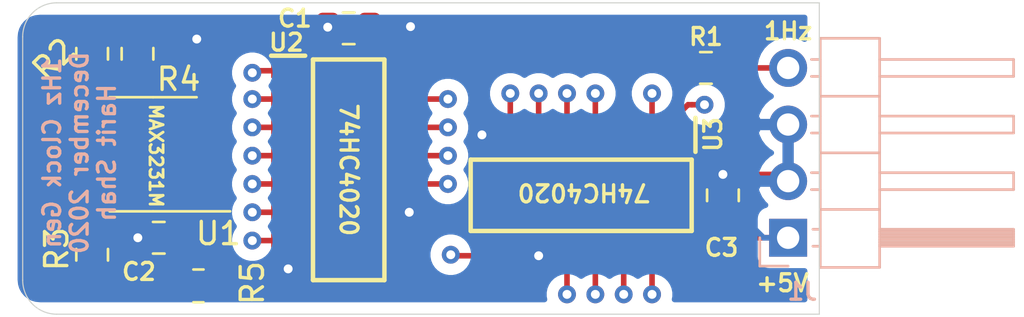
<source format=kicad_pcb>
(kicad_pcb (version 20171130) (host pcbnew "(5.1.8)-1")

  (general
    (thickness 1.6)
    (drawings 12)
    (tracks 148)
    (zones 0)
    (modules 12)
    (nets 33)
  )

  (page A4)
  (layers
    (0 F.Cu signal)
    (31 B.Cu signal)
    (32 B.Adhes user)
    (33 F.Adhes user)
    (34 B.Paste user)
    (35 F.Paste user)
    (36 B.SilkS user)
    (37 F.SilkS user)
    (38 B.Mask user)
    (39 F.Mask user)
    (40 Dwgs.User user)
    (41 Cmts.User user)
    (42 Eco1.User user)
    (43 Eco2.User user)
    (44 Edge.Cuts user)
    (45 Margin user)
    (46 B.CrtYd user)
    (47 F.CrtYd user)
    (48 B.Fab user hide)
    (49 F.Fab user hide)
  )

  (setup
    (last_trace_width 0.25)
    (trace_clearance 0.2)
    (zone_clearance 0.508)
    (zone_45_only no)
    (trace_min 0.2)
    (via_size 0.8)
    (via_drill 0.4)
    (via_min_size 0.4)
    (via_min_drill 0.3)
    (uvia_size 0.3)
    (uvia_drill 0.1)
    (uvias_allowed no)
    (uvia_min_size 0.2)
    (uvia_min_drill 0.1)
    (edge_width 0.05)
    (segment_width 0.2)
    (pcb_text_width 0.3)
    (pcb_text_size 1.5 1.5)
    (mod_edge_width 0.12)
    (mod_text_size 0.762 0.762)
    (mod_text_width 0.15)
    (pad_size 1.524 1.524)
    (pad_drill 0.762)
    (pad_to_mask_clearance 0.051)
    (solder_mask_min_width 0.25)
    (aux_axis_origin 0 0)
    (visible_elements 7FFFFFFF)
    (pcbplotparams
      (layerselection 0x010fc_ffffffff)
      (usegerberextensions false)
      (usegerberattributes false)
      (usegerberadvancedattributes false)
      (creategerberjobfile false)
      (excludeedgelayer true)
      (linewidth 0.100000)
      (plotframeref false)
      (viasonmask false)
      (mode 1)
      (useauxorigin false)
      (hpglpennumber 1)
      (hpglpenspeed 20)
      (hpglpendiameter 15.000000)
      (psnegative false)
      (psa4output false)
      (plotreference true)
      (plotvalue true)
      (plotinvisibletext false)
      (padsonsilk false)
      (subtractmaskfromsilk false)
      (outputformat 1)
      (mirror false)
      (drillshape 1)
      (scaleselection 1)
      (outputdirectory ""))
  )

  (net 0 "")
  (net 1 GND)
  (net 2 +5V)
  (net 3 1Hz_out)
  (net 4 /32.768khz)
  (net 5 /clk_div_2)
  (net 6 "Net-(U1-Pad4)")
  (net 7 "Net-(R2-Pad2)")
  (net 8 "Net-(R3-Pad2)")
  (net 9 "Net-(R4-Pad2)")
  (net 10 "Net-(R1-Pad1)")
  (net 11 "Net-(U2-Pad1)")
  (net 12 "Net-(U2-Pad2)")
  (net 13 "Net-(U2-Pad3)")
  (net 14 "Net-(U2-Pad4)")
  (net 15 "Net-(U2-Pad5)")
  (net 16 "Net-(U2-Pad6)")
  (net 17 "Net-(U2-Pad7)")
  (net 18 "Net-(U2-Pad12)")
  (net 19 "Net-(U2-Pad13)")
  (net 20 "Net-(U2-Pad14)")
  (net 21 "Net-(U2-Pad15)")
  (net 22 "Net-(U3-Pad1)")
  (net 23 "Net-(U3-Pad2)")
  (net 24 "Net-(U3-Pad4)")
  (net 25 "Net-(U3-Pad5)")
  (net 26 "Net-(U3-Pad6)")
  (net 27 "Net-(U3-Pad7)")
  (net 28 "Net-(U3-Pad9)")
  (net 29 "Net-(U3-Pad12)")
  (net 30 "Net-(U3-Pad13)")
  (net 31 "Net-(U3-Pad14)")
  (net 32 "Net-(U3-Pad15)")

  (net_class Default "This is the default net class."
    (clearance 0.2)
    (trace_width 0.25)
    (via_dia 0.8)
    (via_drill 0.4)
    (uvia_dia 0.3)
    (uvia_drill 0.1)
    (add_net +5V)
    (add_net /32.768khz)
    (add_net /clk_div_2)
    (add_net 1Hz_out)
    (add_net GND)
    (add_net "Net-(R1-Pad1)")
    (add_net "Net-(R2-Pad2)")
    (add_net "Net-(R3-Pad2)")
    (add_net "Net-(R4-Pad2)")
    (add_net "Net-(U1-Pad4)")
    (add_net "Net-(U2-Pad1)")
    (add_net "Net-(U2-Pad12)")
    (add_net "Net-(U2-Pad13)")
    (add_net "Net-(U2-Pad14)")
    (add_net "Net-(U2-Pad15)")
    (add_net "Net-(U2-Pad2)")
    (add_net "Net-(U2-Pad3)")
    (add_net "Net-(U2-Pad4)")
    (add_net "Net-(U2-Pad5)")
    (add_net "Net-(U2-Pad6)")
    (add_net "Net-(U2-Pad7)")
    (add_net "Net-(U3-Pad1)")
    (add_net "Net-(U3-Pad12)")
    (add_net "Net-(U3-Pad13)")
    (add_net "Net-(U3-Pad14)")
    (add_net "Net-(U3-Pad15)")
    (add_net "Net-(U3-Pad2)")
    (add_net "Net-(U3-Pad4)")
    (add_net "Net-(U3-Pad5)")
    (add_net "Net-(U3-Pad6)")
    (add_net "Net-(U3-Pad7)")
    (add_net "Net-(U3-Pad9)")
  )

  (module Resistor_SMD:R_0805_2012Metric (layer F.Cu) (tedit 5F68FEEE) (tstamp 6008FC26)
    (at 207.01 96.266)
    (descr "Resistor SMD 0805 (2012 Metric), square (rectangular) end terminal, IPC_7351 nominal, (Body size source: IPC-SM-782 page 72, https://www.pcb-3d.com/wordpress/wp-content/uploads/ipc-sm-782a_amendment_1_and_2.pdf), generated with kicad-footprint-generator")
    (tags resistor)
    (path /600BC115)
    (attr smd)
    (fp_text reference R5 (at 2.413 -0.127 90) (layer F.SilkS)
      (effects (font (size 1 1) (thickness 0.15)))
    )
    (fp_text value 4.7k (at 0 1.65) (layer F.Fab)
      (effects (font (size 1 1) (thickness 0.15)))
    )
    (fp_text user %R (at 0 0) (layer F.Fab)
      (effects (font (size 0.5 0.5) (thickness 0.08)))
    )
    (fp_line (start -1 0.625) (end -1 -0.625) (layer F.Fab) (width 0.1))
    (fp_line (start -1 -0.625) (end 1 -0.625) (layer F.Fab) (width 0.1))
    (fp_line (start 1 -0.625) (end 1 0.625) (layer F.Fab) (width 0.1))
    (fp_line (start 1 0.625) (end -1 0.625) (layer F.Fab) (width 0.1))
    (fp_line (start -0.227064 -0.735) (end 0.227064 -0.735) (layer F.SilkS) (width 0.12))
    (fp_line (start -0.227064 0.735) (end 0.227064 0.735) (layer F.SilkS) (width 0.12))
    (fp_line (start -1.68 0.95) (end -1.68 -0.95) (layer F.CrtYd) (width 0.05))
    (fp_line (start -1.68 -0.95) (end 1.68 -0.95) (layer F.CrtYd) (width 0.05))
    (fp_line (start 1.68 -0.95) (end 1.68 0.95) (layer F.CrtYd) (width 0.05))
    (fp_line (start 1.68 0.95) (end -1.68 0.95) (layer F.CrtYd) (width 0.05))
    (pad 2 smd roundrect (at 0.9125 0) (size 1.025 1.4) (layers F.Cu F.Paste F.Mask) (roundrect_rratio 0.243902)
      (net 4 /32.768khz))
    (pad 1 smd roundrect (at -0.9125 0) (size 1.025 1.4) (layers F.Cu F.Paste F.Mask) (roundrect_rratio 0.243902)
      (net 2 +5V))
    (model ${KISYS3DMOD}/Resistor_SMD.3dshapes/R_0805_2012Metric.wrl
      (at (xyz 0 0 0))
      (scale (xyz 1 1 1))
      (rotate (xyz 0 0 0))
    )
  )

  (module Resistor_SMD:R_0805_2012Metric (layer F.Cu) (tedit 5B36C52B) (tstamp 5FCA72F6)
    (at 204.2795 85.852 270)
    (descr "Resistor SMD 0805 (2012 Metric), square (rectangular) end terminal, IPC_7351 nominal, (Body size source: https://docs.google.com/spreadsheets/d/1BsfQQcO9C6DZCsRaXUlFlo91Tg2WpOkGARC1WS5S8t0/edit?usp=sharing), generated with kicad-footprint-generator")
    (tags resistor)
    (path /5FE529B9)
    (attr smd)
    (fp_text reference R4 (at 1.143 -1.8415 180) (layer F.SilkS)
      (effects (font (size 1 1) (thickness 0.15)))
    )
    (fp_text value 4.7k (at 0 1.65 90) (layer F.Fab)
      (effects (font (size 1 1) (thickness 0.15)))
    )
    (fp_line (start -1 0.6) (end -1 -0.6) (layer F.Fab) (width 0.1))
    (fp_line (start -1 -0.6) (end 1 -0.6) (layer F.Fab) (width 0.1))
    (fp_line (start 1 -0.6) (end 1 0.6) (layer F.Fab) (width 0.1))
    (fp_line (start 1 0.6) (end -1 0.6) (layer F.Fab) (width 0.1))
    (fp_line (start -0.258578 -0.71) (end 0.258578 -0.71) (layer F.SilkS) (width 0.12))
    (fp_line (start -0.258578 0.71) (end 0.258578 0.71) (layer F.SilkS) (width 0.12))
    (fp_line (start -1.68 0.95) (end -1.68 -0.95) (layer F.CrtYd) (width 0.05))
    (fp_line (start -1.68 -0.95) (end 1.68 -0.95) (layer F.CrtYd) (width 0.05))
    (fp_line (start 1.68 -0.95) (end 1.68 0.95) (layer F.CrtYd) (width 0.05))
    (fp_line (start 1.68 0.95) (end -1.68 0.95) (layer F.CrtYd) (width 0.05))
    (fp_text user %R (at 0 0 90) (layer F.Fab)
      (effects (font (size 0.5 0.5) (thickness 0.08)))
    )
    (pad 2 smd roundrect (at 0.9375 0 270) (size 0.975 1.4) (layers F.Cu F.Paste F.Mask) (roundrect_rratio 0.25)
      (net 9 "Net-(R4-Pad2)"))
    (pad 1 smd roundrect (at -0.9375 0 270) (size 0.975 1.4) (layers F.Cu F.Paste F.Mask) (roundrect_rratio 0.25)
      (net 2 +5V))
    (model ${KISYS3DMOD}/Resistor_SMD.3dshapes/R_0805_2012Metric.wrl
      (at (xyz 0 0 0))
      (scale (xyz 1 1 1))
      (rotate (xyz 0 0 0))
    )
  )

  (module Resistor_SMD:R_0805_2012Metric (layer F.Cu) (tedit 5B36C52B) (tstamp 5FCA72E5)
    (at 202.2475 94.869 90)
    (descr "Resistor SMD 0805 (2012 Metric), square (rectangular) end terminal, IPC_7351 nominal, (Body size source: https://docs.google.com/spreadsheets/d/1BsfQQcO9C6DZCsRaXUlFlo91Tg2WpOkGARC1WS5S8t0/edit?usp=sharing), generated with kicad-footprint-generator")
    (tags resistor)
    (path /5FE4FD24)
    (attr smd)
    (fp_text reference R3 (at 0.254 -1.5875 90) (layer F.SilkS)
      (effects (font (size 1 1) (thickness 0.15)))
    )
    (fp_text value 4.7k (at 0 1.65 90) (layer F.Fab)
      (effects (font (size 1 1) (thickness 0.15)))
    )
    (fp_line (start -1 0.6) (end -1 -0.6) (layer F.Fab) (width 0.1))
    (fp_line (start -1 -0.6) (end 1 -0.6) (layer F.Fab) (width 0.1))
    (fp_line (start 1 -0.6) (end 1 0.6) (layer F.Fab) (width 0.1))
    (fp_line (start 1 0.6) (end -1 0.6) (layer F.Fab) (width 0.1))
    (fp_line (start -0.258578 -0.71) (end 0.258578 -0.71) (layer F.SilkS) (width 0.12))
    (fp_line (start -0.258578 0.71) (end 0.258578 0.71) (layer F.SilkS) (width 0.12))
    (fp_line (start -1.68 0.95) (end -1.68 -0.95) (layer F.CrtYd) (width 0.05))
    (fp_line (start -1.68 -0.95) (end 1.68 -0.95) (layer F.CrtYd) (width 0.05))
    (fp_line (start 1.68 -0.95) (end 1.68 0.95) (layer F.CrtYd) (width 0.05))
    (fp_line (start 1.68 0.95) (end -1.68 0.95) (layer F.CrtYd) (width 0.05))
    (fp_text user %R (at 0 0 90) (layer F.Fab)
      (effects (font (size 0.5 0.5) (thickness 0.08)))
    )
    (pad 2 smd roundrect (at 0.9375 0 90) (size 0.975 1.4) (layers F.Cu F.Paste F.Mask) (roundrect_rratio 0.25)
      (net 8 "Net-(R3-Pad2)"))
    (pad 1 smd roundrect (at -0.9375 0 90) (size 0.975 1.4) (layers F.Cu F.Paste F.Mask) (roundrect_rratio 0.25)
      (net 2 +5V))
    (model ${KISYS3DMOD}/Resistor_SMD.3dshapes/R_0805_2012Metric.wrl
      (at (xyz 0 0 0))
      (scale (xyz 1 1 1))
      (rotate (xyz 0 0 0))
    )
  )

  (module Resistor_SMD:R_0805_2012Metric (layer F.Cu) (tedit 5B36C52B) (tstamp 5FCA72D4)
    (at 202.2475 85.852 270)
    (descr "Resistor SMD 0805 (2012 Metric), square (rectangular) end terminal, IPC_7351 nominal, (Body size source: https://docs.google.com/spreadsheets/d/1BsfQQcO9C6DZCsRaXUlFlo91Tg2WpOkGARC1WS5S8t0/edit?usp=sharing), generated with kicad-footprint-generator")
    (tags resistor)
    (path /5FE4E1F7)
    (attr smd)
    (fp_text reference R2 (at 0.254 1.7145 225) (layer F.SilkS)
      (effects (font (size 1 1) (thickness 0.15)))
    )
    (fp_text value 4.7k (at 0 1.65 90) (layer F.Fab)
      (effects (font (size 1 1) (thickness 0.15)))
    )
    (fp_line (start -1 0.6) (end -1 -0.6) (layer F.Fab) (width 0.1))
    (fp_line (start -1 -0.6) (end 1 -0.6) (layer F.Fab) (width 0.1))
    (fp_line (start 1 -0.6) (end 1 0.6) (layer F.Fab) (width 0.1))
    (fp_line (start 1 0.6) (end -1 0.6) (layer F.Fab) (width 0.1))
    (fp_line (start -0.258578 -0.71) (end 0.258578 -0.71) (layer F.SilkS) (width 0.12))
    (fp_line (start -0.258578 0.71) (end 0.258578 0.71) (layer F.SilkS) (width 0.12))
    (fp_line (start -1.68 0.95) (end -1.68 -0.95) (layer F.CrtYd) (width 0.05))
    (fp_line (start -1.68 -0.95) (end 1.68 -0.95) (layer F.CrtYd) (width 0.05))
    (fp_line (start 1.68 -0.95) (end 1.68 0.95) (layer F.CrtYd) (width 0.05))
    (fp_line (start 1.68 0.95) (end -1.68 0.95) (layer F.CrtYd) (width 0.05))
    (fp_text user %R (at 0 0 90) (layer F.Fab)
      (effects (font (size 0.5 0.5) (thickness 0.08)))
    )
    (pad 2 smd roundrect (at 0.9375 0 270) (size 0.975 1.4) (layers F.Cu F.Paste F.Mask) (roundrect_rratio 0.25)
      (net 7 "Net-(R2-Pad2)"))
    (pad 1 smd roundrect (at -0.9375 0 270) (size 0.975 1.4) (layers F.Cu F.Paste F.Mask) (roundrect_rratio 0.25)
      (net 2 +5V))
    (model ${KISYS3DMOD}/Resistor_SMD.3dshapes/R_0805_2012Metric.wrl
      (at (xyz 0 0 0))
      (scale (xyz 1 1 1))
      (rotate (xyz 0 0 0))
    )
  )

  (module Package_SO:SOIC-8_3.9x4.9mm_P1.27mm (layer F.Cu) (tedit 5D9F72B1) (tstamp 5FCA6D3F)
    (at 204.978 90.3605 180)
    (descr "SOIC, 8 Pin (JEDEC MS-012AA, https://www.analog.com/media/en/package-pcb-resources/package/pkg_pdf/soic_narrow-r/r_8.pdf), generated with kicad-footprint-generator ipc_gullwing_generator.py")
    (tags "SOIC SO")
    (path /5FE437A5)
    (attr smd)
    (fp_text reference U1 (at -2.921 -3.556) (layer F.SilkS)
      (effects (font (size 1 1) (thickness 0.15)))
    )
    (fp_text value DS3232M (at 0 3.4) (layer F.Fab)
      (effects (font (size 1 1) (thickness 0.15)))
    )
    (fp_line (start 0 2.56) (end 1.95 2.56) (layer F.SilkS) (width 0.12))
    (fp_line (start 0 2.56) (end -1.95 2.56) (layer F.SilkS) (width 0.12))
    (fp_line (start 0 -2.56) (end 1.95 -2.56) (layer F.SilkS) (width 0.12))
    (fp_line (start 0 -2.56) (end -3.45 -2.56) (layer F.SilkS) (width 0.12))
    (fp_line (start -0.975 -2.45) (end 1.95 -2.45) (layer F.Fab) (width 0.1))
    (fp_line (start 1.95 -2.45) (end 1.95 2.45) (layer F.Fab) (width 0.1))
    (fp_line (start 1.95 2.45) (end -1.95 2.45) (layer F.Fab) (width 0.1))
    (fp_line (start -1.95 2.45) (end -1.95 -1.475) (layer F.Fab) (width 0.1))
    (fp_line (start -1.95 -1.475) (end -0.975 -2.45) (layer F.Fab) (width 0.1))
    (fp_line (start -3.7 -2.7) (end -3.7 2.7) (layer F.CrtYd) (width 0.05))
    (fp_line (start -3.7 2.7) (end 3.7 2.7) (layer F.CrtYd) (width 0.05))
    (fp_line (start 3.7 2.7) (end 3.7 -2.7) (layer F.CrtYd) (width 0.05))
    (fp_line (start 3.7 -2.7) (end -3.7 -2.7) (layer F.CrtYd) (width 0.05))
    (fp_text user %R (at 0 0) (layer F.Fab)
      (effects (font (size 0.98 0.98) (thickness 0.15)))
    )
    (pad 8 smd roundrect (at 2.475 -1.905 180) (size 1.95 0.6) (layers F.Cu F.Paste F.Mask) (roundrect_rratio 0.25)
      (net 8 "Net-(R3-Pad2)"))
    (pad 7 smd roundrect (at 2.475 -0.635 180) (size 1.95 0.6) (layers F.Cu F.Paste F.Mask) (roundrect_rratio 0.25)
      (net 7 "Net-(R2-Pad2)"))
    (pad 6 smd roundrect (at 2.475 0.635 180) (size 1.95 0.6) (layers F.Cu F.Paste F.Mask) (roundrect_rratio 0.25)
      (net 1 GND))
    (pad 5 smd roundrect (at 2.475 1.905 180) (size 1.95 0.6) (layers F.Cu F.Paste F.Mask) (roundrect_rratio 0.25)
      (net 1 GND))
    (pad 4 smd roundrect (at -2.475 1.905 180) (size 1.95 0.6) (layers F.Cu F.Paste F.Mask) (roundrect_rratio 0.25)
      (net 6 "Net-(U1-Pad4)"))
    (pad 3 smd roundrect (at -2.475 0.635 180) (size 1.95 0.6) (layers F.Cu F.Paste F.Mask) (roundrect_rratio 0.25)
      (net 9 "Net-(R4-Pad2)"))
    (pad 2 smd roundrect (at -2.475 -0.635 180) (size 1.95 0.6) (layers F.Cu F.Paste F.Mask) (roundrect_rratio 0.25)
      (net 2 +5V))
    (pad 1 smd roundrect (at -2.475 -1.905 180) (size 1.95 0.6) (layers F.Cu F.Paste F.Mask) (roundrect_rratio 0.25)
      (net 4 /32.768khz))
    (model ${KISYS3DMOD}/Package_SO.3dshapes/SOIC-8_3.9x4.9mm_P1.27mm.wrl
      (at (xyz 0 0 0))
      (scale (xyz 1 1 1))
      (rotate (xyz 0 0 0))
    )
  )

  (module Resistor_SMD:R_0805_2012Metric (layer F.Cu) (tedit 5B36C52B) (tstamp 5FC9DEEE)
    (at 229.743 86.487)
    (descr "Resistor SMD 0805 (2012 Metric), square (rectangular) end terminal, IPC_7351 nominal, (Body size source: https://docs.google.com/spreadsheets/d/1BsfQQcO9C6DZCsRaXUlFlo91Tg2WpOkGARC1WS5S8t0/edit?usp=sharing), generated with kicad-footprint-generator")
    (tags resistor)
    (path /5FDE3566)
    (attr smd)
    (fp_text reference R1 (at 0 -1.397) (layer F.SilkS)
      (effects (font (size 0.762 0.762) (thickness 0.15)))
    )
    (fp_text value "0 ohm" (at 0 1.65) (layer F.Fab)
      (effects (font (size 1 1) (thickness 0.15)))
    )
    (fp_line (start -1 0.6) (end -1 -0.6) (layer F.Fab) (width 0.1))
    (fp_line (start -1 -0.6) (end 1 -0.6) (layer F.Fab) (width 0.1))
    (fp_line (start 1 -0.6) (end 1 0.6) (layer F.Fab) (width 0.1))
    (fp_line (start 1 0.6) (end -1 0.6) (layer F.Fab) (width 0.1))
    (fp_line (start -0.258578 -0.71) (end 0.258578 -0.71) (layer F.SilkS) (width 0.12))
    (fp_line (start -0.258578 0.71) (end 0.258578 0.71) (layer F.SilkS) (width 0.12))
    (fp_line (start -1.68 0.95) (end -1.68 -0.95) (layer F.CrtYd) (width 0.05))
    (fp_line (start -1.68 -0.95) (end 1.68 -0.95) (layer F.CrtYd) (width 0.05))
    (fp_line (start 1.68 -0.95) (end 1.68 0.95) (layer F.CrtYd) (width 0.05))
    (fp_line (start 1.68 0.95) (end -1.68 0.95) (layer F.CrtYd) (width 0.05))
    (fp_text user %R (at 0 0) (layer F.Fab)
      (effects (font (size 1 1) (thickness 0.15)))
    )
    (pad 2 smd roundrect (at 0.9375 0) (size 0.975 1.4) (layers F.Cu F.Paste F.Mask) (roundrect_rratio 0.25)
      (net 3 1Hz_out))
    (pad 1 smd roundrect (at -0.9375 0) (size 0.975 1.4) (layers F.Cu F.Paste F.Mask) (roundrect_rratio 0.25)
      (net 10 "Net-(R1-Pad1)"))
    (model ${KISYS3DMOD}/Resistor_SMD.3dshapes/R_0805_2012Metric.wrl
      (at (xyz 0 0 0))
      (scale (xyz 1 1 1))
      (rotate (xyz 0 0 0))
    )
  )

  (module Connector_PinHeader_2.54mm:PinHeader_1x04_P2.54mm_Horizontal (layer B.Cu) (tedit 59FED5CB) (tstamp 5FC9DEDD)
    (at 233.426 94.107)
    (descr "Through hole angled pin header, 1x04, 2.54mm pitch, 6mm pin length, single row")
    (tags "Through hole angled pin header THT 1x04 2.54mm single row")
    (path /5FCDC041)
    (fp_text reference J1 (at 0.635 2.413) (layer B.SilkS)
      (effects (font (size 0.762 0.762) (thickness 0.15)) (justify mirror))
    )
    (fp_text value Conn_01x04_Female (at 4.385 -9.89) (layer B.Fab)
      (effects (font (size 1 1) (thickness 0.15)) (justify mirror))
    )
    (fp_line (start 2.135 1.27) (end 4.04 1.27) (layer B.Fab) (width 0.1))
    (fp_line (start 4.04 1.27) (end 4.04 -8.89) (layer B.Fab) (width 0.1))
    (fp_line (start 4.04 -8.89) (end 1.5 -8.89) (layer B.Fab) (width 0.1))
    (fp_line (start 1.5 -8.89) (end 1.5 0.635) (layer B.Fab) (width 0.1))
    (fp_line (start 1.5 0.635) (end 2.135 1.27) (layer B.Fab) (width 0.1))
    (fp_line (start -0.32 0.32) (end 1.5 0.32) (layer B.Fab) (width 0.1))
    (fp_line (start -0.32 0.32) (end -0.32 -0.32) (layer B.Fab) (width 0.1))
    (fp_line (start -0.32 -0.32) (end 1.5 -0.32) (layer B.Fab) (width 0.1))
    (fp_line (start 4.04 0.32) (end 10.04 0.32) (layer B.Fab) (width 0.1))
    (fp_line (start 10.04 0.32) (end 10.04 -0.32) (layer B.Fab) (width 0.1))
    (fp_line (start 4.04 -0.32) (end 10.04 -0.32) (layer B.Fab) (width 0.1))
    (fp_line (start -0.32 -2.22) (end 1.5 -2.22) (layer B.Fab) (width 0.1))
    (fp_line (start -0.32 -2.22) (end -0.32 -2.86) (layer B.Fab) (width 0.1))
    (fp_line (start -0.32 -2.86) (end 1.5 -2.86) (layer B.Fab) (width 0.1))
    (fp_line (start 4.04 -2.22) (end 10.04 -2.22) (layer B.Fab) (width 0.1))
    (fp_line (start 10.04 -2.22) (end 10.04 -2.86) (layer B.Fab) (width 0.1))
    (fp_line (start 4.04 -2.86) (end 10.04 -2.86) (layer B.Fab) (width 0.1))
    (fp_line (start -0.32 -4.76) (end 1.5 -4.76) (layer B.Fab) (width 0.1))
    (fp_line (start -0.32 -4.76) (end -0.32 -5.4) (layer B.Fab) (width 0.1))
    (fp_line (start -0.32 -5.4) (end 1.5 -5.4) (layer B.Fab) (width 0.1))
    (fp_line (start 4.04 -4.76) (end 10.04 -4.76) (layer B.Fab) (width 0.1))
    (fp_line (start 10.04 -4.76) (end 10.04 -5.4) (layer B.Fab) (width 0.1))
    (fp_line (start 4.04 -5.4) (end 10.04 -5.4) (layer B.Fab) (width 0.1))
    (fp_line (start -0.32 -7.3) (end 1.5 -7.3) (layer B.Fab) (width 0.1))
    (fp_line (start -0.32 -7.3) (end -0.32 -7.94) (layer B.Fab) (width 0.1))
    (fp_line (start -0.32 -7.94) (end 1.5 -7.94) (layer B.Fab) (width 0.1))
    (fp_line (start 4.04 -7.3) (end 10.04 -7.3) (layer B.Fab) (width 0.1))
    (fp_line (start 10.04 -7.3) (end 10.04 -7.94) (layer B.Fab) (width 0.1))
    (fp_line (start 4.04 -7.94) (end 10.04 -7.94) (layer B.Fab) (width 0.1))
    (fp_line (start 1.44 1.33) (end 1.44 -8.95) (layer B.SilkS) (width 0.12))
    (fp_line (start 1.44 -8.95) (end 4.1 -8.95) (layer B.SilkS) (width 0.12))
    (fp_line (start 4.1 -8.95) (end 4.1 1.33) (layer B.SilkS) (width 0.12))
    (fp_line (start 4.1 1.33) (end 1.44 1.33) (layer B.SilkS) (width 0.12))
    (fp_line (start 4.1 0.38) (end 10.1 0.38) (layer B.SilkS) (width 0.12))
    (fp_line (start 10.1 0.38) (end 10.1 -0.38) (layer B.SilkS) (width 0.12))
    (fp_line (start 10.1 -0.38) (end 4.1 -0.38) (layer B.SilkS) (width 0.12))
    (fp_line (start 4.1 0.32) (end 10.1 0.32) (layer B.SilkS) (width 0.12))
    (fp_line (start 4.1 0.2) (end 10.1 0.2) (layer B.SilkS) (width 0.12))
    (fp_line (start 4.1 0.08) (end 10.1 0.08) (layer B.SilkS) (width 0.12))
    (fp_line (start 4.1 -0.04) (end 10.1 -0.04) (layer B.SilkS) (width 0.12))
    (fp_line (start 4.1 -0.16) (end 10.1 -0.16) (layer B.SilkS) (width 0.12))
    (fp_line (start 4.1 -0.28) (end 10.1 -0.28) (layer B.SilkS) (width 0.12))
    (fp_line (start 1.11 0.38) (end 1.44 0.38) (layer B.SilkS) (width 0.12))
    (fp_line (start 1.11 -0.38) (end 1.44 -0.38) (layer B.SilkS) (width 0.12))
    (fp_line (start 1.44 -1.27) (end 4.1 -1.27) (layer B.SilkS) (width 0.12))
    (fp_line (start 4.1 -2.16) (end 10.1 -2.16) (layer B.SilkS) (width 0.12))
    (fp_line (start 10.1 -2.16) (end 10.1 -2.92) (layer B.SilkS) (width 0.12))
    (fp_line (start 10.1 -2.92) (end 4.1 -2.92) (layer B.SilkS) (width 0.12))
    (fp_line (start 1.042929 -2.16) (end 1.44 -2.16) (layer B.SilkS) (width 0.12))
    (fp_line (start 1.042929 -2.92) (end 1.44 -2.92) (layer B.SilkS) (width 0.12))
    (fp_line (start 1.44 -3.81) (end 4.1 -3.81) (layer B.SilkS) (width 0.12))
    (fp_line (start 4.1 -4.7) (end 10.1 -4.7) (layer B.SilkS) (width 0.12))
    (fp_line (start 10.1 -4.7) (end 10.1 -5.46) (layer B.SilkS) (width 0.12))
    (fp_line (start 10.1 -5.46) (end 4.1 -5.46) (layer B.SilkS) (width 0.12))
    (fp_line (start 1.042929 -4.7) (end 1.44 -4.7) (layer B.SilkS) (width 0.12))
    (fp_line (start 1.042929 -5.46) (end 1.44 -5.46) (layer B.SilkS) (width 0.12))
    (fp_line (start 1.44 -6.35) (end 4.1 -6.35) (layer B.SilkS) (width 0.12))
    (fp_line (start 4.1 -7.24) (end 10.1 -7.24) (layer B.SilkS) (width 0.12))
    (fp_line (start 10.1 -7.24) (end 10.1 -8) (layer B.SilkS) (width 0.12))
    (fp_line (start 10.1 -8) (end 4.1 -8) (layer B.SilkS) (width 0.12))
    (fp_line (start 1.042929 -7.24) (end 1.44 -7.24) (layer B.SilkS) (width 0.12))
    (fp_line (start 1.042929 -8) (end 1.44 -8) (layer B.SilkS) (width 0.12))
    (fp_line (start -1.27 0) (end -1.27 1.27) (layer B.SilkS) (width 0.12))
    (fp_line (start -1.27 1.27) (end 0 1.27) (layer B.SilkS) (width 0.12))
    (fp_line (start -1.8 1.8) (end -1.8 -9.4) (layer B.CrtYd) (width 0.05))
    (fp_line (start -1.8 -9.4) (end 10.55 -9.4) (layer B.CrtYd) (width 0.05))
    (fp_line (start 10.55 -9.4) (end 10.55 1.8) (layer B.CrtYd) (width 0.05))
    (fp_line (start 10.55 1.8) (end -1.8 1.8) (layer B.CrtYd) (width 0.05))
    (fp_text user %R (at 2.77 -3.81 -90) (layer B.Fab)
      (effects (font (size 1 1) (thickness 0.15)) (justify mirror))
    )
    (pad 4 thru_hole oval (at 0 -7.62) (size 1.7 1.7) (drill 1) (layers *.Cu *.Mask)
      (net 3 1Hz_out))
    (pad 3 thru_hole oval (at 0 -5.08) (size 1.7 1.7) (drill 1) (layers *.Cu *.Mask)
      (net 1 GND))
    (pad 2 thru_hole oval (at 0 -2.54) (size 1.7 1.7) (drill 1) (layers *.Cu *.Mask)
      (net 1 GND))
    (pad 1 thru_hole rect (at 0 0) (size 1.7 1.7) (drill 1) (layers *.Cu *.Mask)
      (net 2 +5V))
    (model ${KISYS3DMOD}/Connector_PinHeader_2.54mm.3dshapes/PinHeader_1x04_P2.54mm_Horizontal.wrl
      (at (xyz 0 0 0))
      (scale (xyz 1 1 1))
      (rotate (xyz 0 0 0))
    )
  )

  (module harit-ic-logic:SOIC127P600X175-16N (layer F.Cu) (tedit 0) (tstamp 5FCA11EF)
    (at 224.155 92.202 270)
    (descr "D (R-PDSO-G16)")
    (tags "Integrated Circuit")
    (path /5FD6BFA4)
    (attr smd)
    (fp_text reference U3 (at -2.7305 -5.9055 270) (layer F.SilkS)
      (effects (font (size 0.762 0.762) (thickness 0.15)))
    )
    (fp_text value SN74HC4020DR (at 0 0 180) (layer F.Fab) hide
      (effects (font (size 0.762 0.762) (thickness 0.15)))
    )
    (fp_line (start -3.475 -5.12) (end -1.95 -5.12) (layer F.SilkS) (width 0.2))
    (fp_line (start -1.6 4.95) (end -1.6 -4.95) (layer F.SilkS) (width 0.2))
    (fp_line (start 1.6 4.95) (end -1.6 4.95) (layer F.SilkS) (width 0.2))
    (fp_line (start 1.6 -4.95) (end 1.6 4.95) (layer F.SilkS) (width 0.2))
    (fp_line (start -1.6 -4.95) (end 1.6 -4.95) (layer F.SilkS) (width 0.2))
    (fp_line (start -1.95 -3.68) (end -0.68 -4.95) (layer F.Fab) (width 0.1))
    (fp_line (start -1.95 4.95) (end -1.95 -4.95) (layer F.Fab) (width 0.1))
    (fp_line (start 1.95 4.95) (end -1.95 4.95) (layer F.Fab) (width 0.1))
    (fp_line (start 1.95 -4.95) (end 1.95 4.95) (layer F.Fab) (width 0.1))
    (fp_line (start -1.95 -4.95) (end 1.95 -4.95) (layer F.Fab) (width 0.1))
    (fp_line (start -3.725 5.25) (end -3.725 -5.25) (layer F.CrtYd) (width 0.05))
    (fp_line (start 3.725 5.25) (end -3.725 5.25) (layer F.CrtYd) (width 0.05))
    (fp_line (start 3.725 -5.25) (end 3.725 5.25) (layer F.CrtYd) (width 0.05))
    (fp_line (start -3.725 -5.25) (end 3.725 -5.25) (layer F.CrtYd) (width 0.05))
    (fp_text user %R (at 0 0 90) (layer F.Fab)
      (effects (font (size 1 1) (thickness 0.15)))
    )
    (pad 1 smd rect (at -2.712 -4.445) (size 0.65 1.525) (layers F.Cu F.Paste F.Mask)
      (net 22 "Net-(U3-Pad1)"))
    (pad 2 smd rect (at -2.712 -3.175) (size 0.65 1.525) (layers F.Cu F.Paste F.Mask)
      (net 23 "Net-(U3-Pad2)"))
    (pad 3 smd rect (at -2.712 -1.905) (size 0.65 1.525) (layers F.Cu F.Paste F.Mask)
      (net 10 "Net-(R1-Pad1)"))
    (pad 4 smd rect (at -2.712 -0.635) (size 0.65 1.525) (layers F.Cu F.Paste F.Mask)
      (net 24 "Net-(U3-Pad4)"))
    (pad 5 smd rect (at -2.712 0.635) (size 0.65 1.525) (layers F.Cu F.Paste F.Mask)
      (net 25 "Net-(U3-Pad5)"))
    (pad 6 smd rect (at -2.712 1.905) (size 0.65 1.525) (layers F.Cu F.Paste F.Mask)
      (net 26 "Net-(U3-Pad6)"))
    (pad 7 smd rect (at -2.712 3.175) (size 0.65 1.525) (layers F.Cu F.Paste F.Mask)
      (net 27 "Net-(U3-Pad7)"))
    (pad 8 smd rect (at -2.712 4.445) (size 0.65 1.525) (layers F.Cu F.Paste F.Mask)
      (net 1 GND))
    (pad 9 smd rect (at 2.712 4.445) (size 0.65 1.525) (layers F.Cu F.Paste F.Mask)
      (net 28 "Net-(U3-Pad9)"))
    (pad 10 smd rect (at 2.712 3.175) (size 0.65 1.525) (layers F.Cu F.Paste F.Mask)
      (net 5 /clk_div_2))
    (pad 11 smd rect (at 2.712 1.905) (size 0.65 1.525) (layers F.Cu F.Paste F.Mask)
      (net 1 GND))
    (pad 12 smd rect (at 2.712 0.635) (size 0.65 1.525) (layers F.Cu F.Paste F.Mask)
      (net 29 "Net-(U3-Pad12)"))
    (pad 13 smd rect (at 2.712 -0.635) (size 0.65 1.525) (layers F.Cu F.Paste F.Mask)
      (net 30 "Net-(U3-Pad13)"))
    (pad 14 smd rect (at 2.712 -1.905) (size 0.65 1.525) (layers F.Cu F.Paste F.Mask)
      (net 31 "Net-(U3-Pad14)"))
    (pad 15 smd rect (at 2.712 -3.175) (size 0.65 1.525) (layers F.Cu F.Paste F.Mask)
      (net 32 "Net-(U3-Pad15)"))
    (pad 16 smd rect (at 2.712 -4.445) (size 0.65 1.525) (layers F.Cu F.Paste F.Mask)
      (net 2 +5V))
    (model C:\Users\Harit\Dropbox\Projects\kicad_libraries\SamacSys-kicad_libraries-master\SamacSys_Parts.3dshapes\SN74HC4020DR.stp
      (at (xyz 0 0 0))
      (scale (xyz 1 1 1))
      (rotate (xyz 0 0 0))
    )
  )

  (module Capacitor_SMD:C_0805_2012Metric (layer F.Cu) (tedit 5B36C52B) (tstamp 5FC9DE06)
    (at 230.505 92.202 90)
    (descr "Capacitor SMD 0805 (2012 Metric), square (rectangular) end terminal, IPC_7351 nominal, (Body size source: https://docs.google.com/spreadsheets/d/1BsfQQcO9C6DZCsRaXUlFlo91Tg2WpOkGARC1WS5S8t0/edit?usp=sharing), generated with kicad-footprint-generator")
    (tags capacitor)
    (path /5FD6BF8D)
    (attr smd)
    (fp_text reference C3 (at -2.3495 -0.0635 180) (layer F.SilkS)
      (effects (font (size 0.762 0.762) (thickness 0.15)))
    )
    (fp_text value 1uF (at 0 1.65 90) (layer F.Fab)
      (effects (font (size 1 1) (thickness 0.15)))
    )
    (fp_line (start -1 0.6) (end -1 -0.6) (layer F.Fab) (width 0.1))
    (fp_line (start -1 -0.6) (end 1 -0.6) (layer F.Fab) (width 0.1))
    (fp_line (start 1 -0.6) (end 1 0.6) (layer F.Fab) (width 0.1))
    (fp_line (start 1 0.6) (end -1 0.6) (layer F.Fab) (width 0.1))
    (fp_line (start -0.258578 -0.71) (end 0.258578 -0.71) (layer F.SilkS) (width 0.12))
    (fp_line (start -0.258578 0.71) (end 0.258578 0.71) (layer F.SilkS) (width 0.12))
    (fp_line (start -1.68 0.95) (end -1.68 -0.95) (layer F.CrtYd) (width 0.05))
    (fp_line (start -1.68 -0.95) (end 1.68 -0.95) (layer F.CrtYd) (width 0.05))
    (fp_line (start 1.68 -0.95) (end 1.68 0.95) (layer F.CrtYd) (width 0.05))
    (fp_line (start 1.68 0.95) (end -1.68 0.95) (layer F.CrtYd) (width 0.05))
    (fp_text user %R (at 0 0 90) (layer F.Fab)
      (effects (font (size 1 1) (thickness 0.15)))
    )
    (pad 2 smd roundrect (at 0.9375 0 90) (size 0.975 1.4) (layers F.Cu F.Paste F.Mask) (roundrect_rratio 0.25)
      (net 1 GND))
    (pad 1 smd roundrect (at -0.9375 0 90) (size 0.975 1.4) (layers F.Cu F.Paste F.Mask) (roundrect_rratio 0.25)
      (net 2 +5V))
    (model ${KISYS3DMOD}/Capacitor_SMD.3dshapes/C_0805_2012Metric.wrl
      (at (xyz 0 0 0))
      (scale (xyz 1 1 1))
      (rotate (xyz 0 0 0))
    )
  )

  (module Capacitor_SMD:C_0805_2012Metric (layer F.Cu) (tedit 5B36C52B) (tstamp 5FC9DDF5)
    (at 205.232 94.107 180)
    (descr "Capacitor SMD 0805 (2012 Metric), square (rectangular) end terminal, IPC_7351 nominal, (Body size source: https://docs.google.com/spreadsheets/d/1BsfQQcO9C6DZCsRaXUlFlo91Tg2WpOkGARC1WS5S8t0/edit?usp=sharing), generated with kicad-footprint-generator")
    (tags capacitor)
    (path /5FCE816C)
    (attr smd)
    (fp_text reference C2 (at 0.889 -1.524 180) (layer F.SilkS)
      (effects (font (size 0.762 0.762) (thickness 0.15)))
    )
    (fp_text value 1uF (at 0 1.65) (layer F.Fab)
      (effects (font (size 1 1) (thickness 0.15)))
    )
    (fp_line (start -1 0.6) (end -1 -0.6) (layer F.Fab) (width 0.1))
    (fp_line (start -1 -0.6) (end 1 -0.6) (layer F.Fab) (width 0.1))
    (fp_line (start 1 -0.6) (end 1 0.6) (layer F.Fab) (width 0.1))
    (fp_line (start 1 0.6) (end -1 0.6) (layer F.Fab) (width 0.1))
    (fp_line (start -0.258578 -0.71) (end 0.258578 -0.71) (layer F.SilkS) (width 0.12))
    (fp_line (start -0.258578 0.71) (end 0.258578 0.71) (layer F.SilkS) (width 0.12))
    (fp_line (start -1.68 0.95) (end -1.68 -0.95) (layer F.CrtYd) (width 0.05))
    (fp_line (start -1.68 -0.95) (end 1.68 -0.95) (layer F.CrtYd) (width 0.05))
    (fp_line (start 1.68 -0.95) (end 1.68 0.95) (layer F.CrtYd) (width 0.05))
    (fp_line (start 1.68 0.95) (end -1.68 0.95) (layer F.CrtYd) (width 0.05))
    (fp_text user %R (at 0 0) (layer F.Fab)
      (effects (font (size 1 1) (thickness 0.15)))
    )
    (pad 2 smd roundrect (at 0.9375 0 180) (size 0.975 1.4) (layers F.Cu F.Paste F.Mask) (roundrect_rratio 0.25)
      (net 1 GND))
    (pad 1 smd roundrect (at -0.9375 0 180) (size 0.975 1.4) (layers F.Cu F.Paste F.Mask) (roundrect_rratio 0.25)
      (net 2 +5V))
    (model ${KISYS3DMOD}/Capacitor_SMD.3dshapes/C_0805_2012Metric.wrl
      (at (xyz 0 0 0))
      (scale (xyz 1 1 1))
      (rotate (xyz 0 0 0))
    )
  )

  (module Capacitor_SMD:C_0805_2012Metric (layer F.Cu) (tedit 5B36C52B) (tstamp 5FCA0E97)
    (at 213.741 84.709 180)
    (descr "Capacitor SMD 0805 (2012 Metric), square (rectangular) end terminal, IPC_7351 nominal, (Body size source: https://docs.google.com/spreadsheets/d/1BsfQQcO9C6DZCsRaXUlFlo91Tg2WpOkGARC1WS5S8t0/edit?usp=sharing), generated with kicad-footprint-generator")
    (tags capacitor)
    (path /5FD221BC)
    (attr smd)
    (fp_text reference C1 (at 2.413 0.4445 180) (layer F.SilkS)
      (effects (font (size 0.762 0.762) (thickness 0.15)))
    )
    (fp_text value 1uF (at 0 1.65 180) (layer F.Fab)
      (effects (font (size 1 1) (thickness 0.15)))
    )
    (fp_line (start -1 0.6) (end -1 -0.6) (layer F.Fab) (width 0.1))
    (fp_line (start -1 -0.6) (end 1 -0.6) (layer F.Fab) (width 0.1))
    (fp_line (start 1 -0.6) (end 1 0.6) (layer F.Fab) (width 0.1))
    (fp_line (start 1 0.6) (end -1 0.6) (layer F.Fab) (width 0.1))
    (fp_line (start -0.258578 -0.71) (end 0.258578 -0.71) (layer F.SilkS) (width 0.12))
    (fp_line (start -0.258578 0.71) (end 0.258578 0.71) (layer F.SilkS) (width 0.12))
    (fp_line (start -1.68 0.95) (end -1.68 -0.95) (layer F.CrtYd) (width 0.05))
    (fp_line (start -1.68 -0.95) (end 1.68 -0.95) (layer F.CrtYd) (width 0.05))
    (fp_line (start 1.68 -0.95) (end 1.68 0.95) (layer F.CrtYd) (width 0.05))
    (fp_line (start 1.68 0.95) (end -1.68 0.95) (layer F.CrtYd) (width 0.05))
    (fp_text user %R (at 0 0 180) (layer F.Fab)
      (effects (font (size 1 1) (thickness 0.15)))
    )
    (pad 2 smd roundrect (at 0.9375 0 180) (size 0.975 1.4) (layers F.Cu F.Paste F.Mask) (roundrect_rratio 0.25)
      (net 1 GND))
    (pad 1 smd roundrect (at -0.9375 0 180) (size 0.975 1.4) (layers F.Cu F.Paste F.Mask) (roundrect_rratio 0.25)
      (net 2 +5V))
    (model ${KISYS3DMOD}/Capacitor_SMD.3dshapes/C_0805_2012Metric.wrl
      (at (xyz 0 0 0))
      (scale (xyz 1 1 1))
      (rotate (xyz 0 0 0))
    )
  )

  (module harit-ic-logic:SOIC127P600X175-16N (layer F.Cu) (tedit 0) (tstamp 5FC9EE9E)
    (at 213.741 91.058)
    (descr "D (R-PDSO-G16)")
    (tags "Integrated Circuit")
    (path /5FCD39F8)
    (attr smd)
    (fp_text reference U2 (at -2.794 -5.714) (layer F.SilkS)
      (effects (font (size 0.762 0.762) (thickness 0.15)))
    )
    (fp_text value SN74HC4020DR (at 0 0) (layer F.Fab)
      (effects (font (size 0.762 0.762) (thickness 0.15)))
    )
    (fp_line (start -3.475 -5.12) (end -1.95 -5.12) (layer F.SilkS) (width 0.2))
    (fp_line (start -1.6 4.95) (end -1.6 -4.95) (layer F.SilkS) (width 0.2))
    (fp_line (start 1.6 4.95) (end -1.6 4.95) (layer F.SilkS) (width 0.2))
    (fp_line (start 1.6 -4.95) (end 1.6 4.95) (layer F.SilkS) (width 0.2))
    (fp_line (start -1.6 -4.95) (end 1.6 -4.95) (layer F.SilkS) (width 0.2))
    (fp_line (start -1.95 -3.68) (end -0.68 -4.95) (layer F.Fab) (width 0.1))
    (fp_line (start -1.95 4.95) (end -1.95 -4.95) (layer F.Fab) (width 0.1))
    (fp_line (start 1.95 4.95) (end -1.95 4.95) (layer F.Fab) (width 0.1))
    (fp_line (start 1.95 -4.95) (end 1.95 4.95) (layer F.Fab) (width 0.1))
    (fp_line (start -1.95 -4.95) (end 1.95 -4.95) (layer F.Fab) (width 0.1))
    (fp_line (start -3.725 5.25) (end -3.725 -5.25) (layer F.CrtYd) (width 0.05))
    (fp_line (start 3.725 5.25) (end -3.725 5.25) (layer F.CrtYd) (width 0.05))
    (fp_line (start 3.725 -5.25) (end 3.725 5.25) (layer F.CrtYd) (width 0.05))
    (fp_line (start -3.725 -5.25) (end 3.725 -5.25) (layer F.CrtYd) (width 0.05))
    (fp_text user %R (at 0 0) (layer F.Fab)
      (effects (font (size 1 1) (thickness 0.15)))
    )
    (pad 1 smd rect (at -2.712 -4.445 90) (size 0.65 1.525) (layers F.Cu F.Paste F.Mask)
      (net 11 "Net-(U2-Pad1)"))
    (pad 2 smd rect (at -2.712 -3.175 90) (size 0.65 1.525) (layers F.Cu F.Paste F.Mask)
      (net 12 "Net-(U2-Pad2)"))
    (pad 3 smd rect (at -2.712 -1.905 90) (size 0.65 1.525) (layers F.Cu F.Paste F.Mask)
      (net 13 "Net-(U2-Pad3)"))
    (pad 4 smd rect (at -2.712 -0.635 90) (size 0.65 1.525) (layers F.Cu F.Paste F.Mask)
      (net 14 "Net-(U2-Pad4)"))
    (pad 5 smd rect (at -2.712 0.635 90) (size 0.65 1.525) (layers F.Cu F.Paste F.Mask)
      (net 15 "Net-(U2-Pad5)"))
    (pad 6 smd rect (at -2.712 1.905 90) (size 0.65 1.525) (layers F.Cu F.Paste F.Mask)
      (net 16 "Net-(U2-Pad6)"))
    (pad 7 smd rect (at -2.712 3.175 90) (size 0.65 1.525) (layers F.Cu F.Paste F.Mask)
      (net 17 "Net-(U2-Pad7)"))
    (pad 8 smd rect (at -2.712 4.445 90) (size 0.65 1.525) (layers F.Cu F.Paste F.Mask)
      (net 1 GND))
    (pad 9 smd rect (at 2.712 4.445 90) (size 0.65 1.525) (layers F.Cu F.Paste F.Mask)
      (net 5 /clk_div_2))
    (pad 10 smd rect (at 2.712 3.175 90) (size 0.65 1.525) (layers F.Cu F.Paste F.Mask)
      (net 4 /32.768khz))
    (pad 11 smd rect (at 2.712 1.905 90) (size 0.65 1.525) (layers F.Cu F.Paste F.Mask)
      (net 1 GND))
    (pad 12 smd rect (at 2.712 0.635 90) (size 0.65 1.525) (layers F.Cu F.Paste F.Mask)
      (net 18 "Net-(U2-Pad12)"))
    (pad 13 smd rect (at 2.712 -0.635 90) (size 0.65 1.525) (layers F.Cu F.Paste F.Mask)
      (net 19 "Net-(U2-Pad13)"))
    (pad 14 smd rect (at 2.712 -1.905 90) (size 0.65 1.525) (layers F.Cu F.Paste F.Mask)
      (net 20 "Net-(U2-Pad14)"))
    (pad 15 smd rect (at 2.712 -3.175 90) (size 0.65 1.525) (layers F.Cu F.Paste F.Mask)
      (net 21 "Net-(U2-Pad15)"))
    (pad 16 smd rect (at 2.712 -4.445 90) (size 0.65 1.525) (layers F.Cu F.Paste F.Mask)
      (net 2 +5V))
    (model C:\Users\Harit\Dropbox\Projects\kicad_libraries\SamacSys-kicad_libraries-master\SamacSys_Parts.3dshapes\SN74HC4020DR.stp
      (at (xyz 0 0 0))
      (scale (xyz 1 1 1))
      (rotate (xyz 0 0 0))
    )
  )

  (gr_text 74HC4020 (at 224.282 92.075 -180) (layer F.SilkS) (tstamp 5FCA7B9E)
    (effects (font (size 0.762 0.762) (thickness 0.15)))
  )
  (gr_arc (start 200.66 96.012) (end 199.136 96.012) (angle -90) (layer Edge.Cuts) (width 0.05))
  (gr_line (start 199.136 85.09) (end 199.136 96.012) (layer Edge.Cuts) (width 0.05))
  (gr_arc (start 200.66 85.09) (end 200.66 83.566) (angle -90) (layer Edge.Cuts) (width 0.05))
  (gr_text 74HC4020 (at 213.741 91.059 270) (layer F.SilkS)
    (effects (font (size 0.762 0.762) (thickness 0.15)))
  )
  (gr_text MAX3231M (at 205.105 90.424 270) (layer F.SilkS)
    (effects (font (size 0.5842 0.5842) (thickness 0.127)))
  )
  (gr_text "+5V\n" (at 233.172 96.139) (layer F.SilkS)
    (effects (font (size 0.762 0.762) (thickness 0.15)))
  )
  (gr_text 1Hz (at 233.426 84.836) (layer F.SilkS)
    (effects (font (size 0.762 0.762) (thickness 0.15)))
  )
  (gr_text "1Hz Clock Gen\nDecember 2020\nHarit Shah" (at 201.676 90.297 90) (layer B.SilkS) (tstamp 5FCA7598)
    (effects (font (size 0.762 0.762) (thickness 0.15)) (justify mirror))
  )
  (gr_line (start 234.823 83.566) (end 200.66 83.566) (layer Edge.Cuts) (width 0.05))
  (gr_line (start 234.823 97.536) (end 234.823 83.566) (layer Edge.Cuts) (width 0.05))
  (gr_line (start 200.66 97.536) (end 234.823 97.536) (layer Edge.Cuts) (width 0.05))

  (via (at 211.028942 95.503) (size 0.8) (drill 0.4) (layers F.Cu B.Cu) (net 1))
  (segment (start 211.029 95.503) (end 211.028942 95.503) (width 0.25) (layer F.Cu) (net 1))
  (via (at 219.71 89.489896) (size 0.8) (drill 0.4) (layers F.Cu B.Cu) (net 1))
  (segment (start 219.71 89.49) (end 219.71 89.489896) (width 0.25) (layer F.Cu) (net 1))
  (via (at 216.452938 92.963) (size 0.8) (drill 0.4) (layers F.Cu B.Cu) (net 1))
  (segment (start 216.453 92.963) (end 216.452938 92.963) (width 0.25) (layer F.Cu) (net 1))
  (via (at 222.25 94.914082) (size 0.8) (drill 0.4) (layers F.Cu B.Cu) (net 1))
  (segment (start 222.25 94.914) (end 222.25 94.914082) (width 0.25) (layer F.Cu) (net 1))
  (via (at 230.505 91.264538) (size 0.8) (drill 0.4) (layers F.Cu B.Cu) (net 1))
  (segment (start 230.505 91.2645) (end 230.505 91.264538) (width 0.25) (layer F.Cu) (net 1))
  (segment (start 233.1235 91.2645) (end 233.426 91.567) (width 0.25) (layer F.Cu) (net 1))
  (segment (start 230.505 91.2645) (end 233.1235 91.2645) (width 0.25) (layer F.Cu) (net 1))
  (segment (start 202.503 88.4555) (end 202.503 89.7255) (width 0.25) (layer F.Cu) (net 1))
  (segment (start 204.089 93.2015) (end 204.2945 93.407) (width 0.25) (layer F.Cu) (net 1))
  (segment (start 204.2945 93.407) (end 204.2945 94.107) (width 0.25) (layer F.Cu) (net 1))
  (segment (start 204.089 90.043) (end 204.089 93.2015) (width 0.25) (layer F.Cu) (net 1))
  (segment (start 202.503 89.7255) (end 203.7715 89.7255) (width 0.25) (layer F.Cu) (net 1))
  (segment (start 203.7715 89.7255) (end 204.089 90.043) (width 0.25) (layer F.Cu) (net 1))
  (segment (start 204.2945 94.107) (end 204.2945 94.107) (width 0.25) (layer F.Cu) (net 1) (tstamp 5FCA84B1))
  (via (at 204.2945 94.107) (size 0.8) (drill 0.4) (layers F.Cu B.Cu) (net 1))
  (via (at 212.8012 84.6582) (size 0.8) (drill 0.4) (layers F.Cu B.Cu) (net 1))
  (segment (start 206.1695 94.107) (end 206.1695 93.1395) (width 0.25) (layer F.Cu) (net 2))
  (segment (start 206.1695 93.1395) (end 205.867 92.837) (width 0.25) (layer F.Cu) (net 2))
  (segment (start 206.478 90.9955) (end 207.453 90.9955) (width 0.25) (layer F.Cu) (net 2))
  (segment (start 205.867 91.6065) (end 206.478 90.9955) (width 0.25) (layer F.Cu) (net 2))
  (segment (start 205.867 92.837) (end 205.867 91.6065) (width 0.25) (layer F.Cu) (net 2))
  (segment (start 231.4725 94.107) (end 230.505 93.1395) (width 0.25) (layer F.Cu) (net 2))
  (segment (start 233.426 94.107) (end 231.4725 94.107) (width 0.25) (layer F.Cu) (net 2))
  (segment (start 228.6 93.6244) (end 228.6 94.914) (width 0.25) (layer F.Cu) (net 2))
  (segment (start 230.505 93.1395) (end 229.0849 93.1395) (width 0.25) (layer F.Cu) (net 2))
  (segment (start 229.0849 93.1395) (end 228.6 93.6244) (width 0.25) (layer F.Cu) (net 2))
  (segment (start 200.5307 84.9145) (end 202.2475 84.9145) (width 0.25) (layer F.Cu) (net 2))
  (segment (start 199.5932 85.852) (end 200.5307 84.9145) (width 0.25) (layer F.Cu) (net 2))
  (segment (start 199.5932 95.3262) (end 199.5932 85.852) (width 0.25) (layer F.Cu) (net 2))
  (segment (start 202.2475 95.8065) (end 200.0735 95.8065) (width 0.25) (layer F.Cu) (net 2))
  (segment (start 200.0735 95.8065) (end 199.5932 95.3262) (width 0.25) (layer F.Cu) (net 2))
  (segment (start 202.2475 84.9145) (end 204.2795 84.9145) (width 0.25) (layer F.Cu) (net 2))
  (segment (start 215.1878 86.613) (end 216.453 86.613) (width 0.25) (layer F.Cu) (net 2))
  (segment (start 214.6785 84.709) (end 214.6785 86.1037) (width 0.25) (layer F.Cu) (net 2))
  (segment (start 214.6785 86.1037) (end 215.1878 86.613) (width 0.25) (layer F.Cu) (net 2))
  (segment (start 204.2795 84.9145) (end 206.656698 84.9145) (width 0.25) (layer F.Cu) (net 2))
  (segment (start 206.656698 84.9145) (end 206.9338 85.191602) (width 0.25) (layer F.Cu) (net 2))
  (via (at 206.9338 85.191602) (size 0.8) (drill 0.4) (layers F.Cu B.Cu) (net 2))
  (via (at 216.5096 84.6328) (size 0.8) (drill 0.4) (layers F.Cu B.Cu) (net 2))
  (segment (start 214.7547 84.6328) (end 214.6785 84.709) (width 0.25) (layer F.Cu) (net 2))
  (segment (start 216.5096 84.6328) (end 214.7547 84.6328) (width 0.25) (layer F.Cu) (net 2))
  (segment (start 215.550799 85.591601) (end 207.333799 85.591601) (width 0.25) (layer B.Cu) (net 2))
  (segment (start 216.5096 84.6328) (end 215.550799 85.591601) (width 0.25) (layer B.Cu) (net 2))
  (segment (start 207.333799 85.591601) (end 206.9338 85.191602) (width 0.25) (layer B.Cu) (net 2))
  (segment (start 232.326 94.107) (end 231.8512 93.6322) (width 0.25) (layer B.Cu) (net 2))
  (segment (start 233.426 94.107) (end 232.326 94.107) (width 0.25) (layer B.Cu) (net 2))
  (segment (start 231.8512 85.4202) (end 231.0638 84.6328) (width 0.25) (layer B.Cu) (net 2))
  (segment (start 231.0638 84.6328) (end 216.5096 84.6328) (width 0.25) (layer B.Cu) (net 2))
  (segment (start 231.8512 93.6322) (end 231.8512 85.4202) (width 0.25) (layer B.Cu) (net 2))
  (segment (start 206.0975 94.179) (end 206.1695 94.107) (width 0.25) (layer F.Cu) (net 2))
  (segment (start 206.0975 96.266) (end 206.0975 94.179) (width 0.25) (layer F.Cu) (net 2))
  (segment (start 203.82325 96.266) (end 206.0975 96.266) (width 0.25) (layer F.Cu) (net 2))
  (segment (start 203.44225 95.885) (end 203.82325 96.266) (width 0.25) (layer F.Cu) (net 2))
  (segment (start 202.326 95.885) (end 203.44225 95.885) (width 0.25) (layer F.Cu) (net 2))
  (segment (start 202.2475 95.8065) (end 202.326 95.885) (width 0.25) (layer F.Cu) (net 2))
  (segment (start 230.6805 86.487) (end 233.426 86.487) (width 0.25) (layer F.Cu) (net 3))
  (segment (start 214.8078 94.8657) (end 215.4405 94.233) (width 0.25) (layer F.Cu) (net 4))
  (segment (start 214.8078 96.3168) (end 214.8078 94.8657) (width 0.25) (layer F.Cu) (net 4))
  (segment (start 214.4014 96.7232) (end 214.8078 96.3168) (width 0.25) (layer F.Cu) (net 4))
  (segment (start 215.4405 94.233) (end 216.453 94.233) (width 0.25) (layer F.Cu) (net 4))
  (segment (start 208.5848 96.7232) (end 214.4014 96.7232) (width 0.25) (layer F.Cu) (net 4))
  (segment (start 207.899 96.0374) (end 208.5848 96.7232) (width 0.25) (layer F.Cu) (net 4))
  (segment (start 207.899 93.0115) (end 207.899 96.0374) (width 0.25) (layer F.Cu) (net 4))
  (segment (start 207.453 92.5655) (end 207.899 93.0115) (width 0.25) (layer F.Cu) (net 4))
  (segment (start 207.453 92.2655) (end 207.453 92.5655) (width 0.25) (layer F.Cu) (net 4))
  (segment (start 220.98 96.3422) (end 220.98 94.914) (width 0.25) (layer F.Cu) (net 5))
  (segment (start 220.6498 96.6724) (end 220.98 96.3422) (width 0.25) (layer F.Cu) (net 5))
  (segment (start 216.8398 96.6724) (end 220.6498 96.6724) (width 0.25) (layer F.Cu) (net 5))
  (segment (start 216.453 95.503) (end 216.453 96.2856) (width 0.25) (layer F.Cu) (net 5))
  (segment (start 216.453 96.2856) (end 216.8398 96.6724) (width 0.25) (layer F.Cu) (net 5))
  (segment (start 201.1195 86.7895) (end 202.2475 86.7895) (width 0.25) (layer F.Cu) (net 7))
  (segment (start 200.787 87.122) (end 201.1195 86.7895) (width 0.25) (layer F.Cu) (net 7))
  (segment (start 200.787 90.678) (end 200.787 87.122) (width 0.25) (layer F.Cu) (net 7))
  (segment (start 202.503 90.9955) (end 201.1045 90.9955) (width 0.25) (layer F.Cu) (net 7))
  (segment (start 201.1045 90.9955) (end 200.787 90.678) (width 0.25) (layer F.Cu) (net 7))
  (segment (start 202.2475 92.521) (end 202.503 92.2655) (width 0.25) (layer F.Cu) (net 8))
  (segment (start 202.2475 93.9315) (end 202.2475 92.521) (width 0.25) (layer F.Cu) (net 8))
  (segment (start 204.2795 88.1761) (end 204.2795 86.7895) (width 0.25) (layer F.Cu) (net 9))
  (segment (start 207.453 89.7255) (end 205.8289 89.7255) (width 0.25) (layer F.Cu) (net 9))
  (segment (start 205.8289 89.7255) (end 204.2795 88.1761) (width 0.25) (layer F.Cu) (net 9))
  (segment (start 226.822 86.487) (end 228.318 86.487) (width 0.25) (layer F.Cu) (net 10))
  (segment (start 226.06 89.49) (end 226.06 87.249) (width 0.25) (layer F.Cu) (net 10))
  (segment (start 228.318 86.487) (end 228.8055 86.487) (width 0.25) (layer F.Cu) (net 10))
  (segment (start 226.06 87.249) (end 226.822 86.487) (width 0.25) (layer F.Cu) (net 10))
  (via (at 209.423 86.70401) (size 0.8) (drill 0.4) (layers F.Cu B.Cu) (net 11))
  (segment (start 209.51401 86.613) (end 209.423 86.70401) (width 0.25) (layer F.Cu) (net 11))
  (segment (start 211.029 86.613) (end 209.51401 86.613) (width 0.25) (layer F.Cu) (net 11))
  (segment (start 211.029 87.883) (end 209.424 87.883) (width 0.25) (layer F.Cu) (net 12))
  (via (at 209.423 87.884) (size 0.8) (drill 0.4) (layers F.Cu B.Cu) (net 12))
  (segment (start 209.424 87.883) (end 209.423 87.884) (width 0.25) (layer F.Cu) (net 12))
  (via (at 209.423 89.154) (size 0.8) (drill 0.4) (layers F.Cu B.Cu) (net 13))
  (segment (start 211.029 89.153) (end 209.424 89.153) (width 0.25) (layer F.Cu) (net 13))
  (segment (start 209.424 89.153) (end 209.423 89.154) (width 0.25) (layer F.Cu) (net 13))
  (via (at 209.423 90.424) (size 0.8) (drill 0.4) (layers F.Cu B.Cu) (net 14))
  (segment (start 211.029 90.423) (end 209.424 90.423) (width 0.25) (layer F.Cu) (net 14))
  (segment (start 209.424 90.423) (end 209.423 90.424) (width 0.25) (layer F.Cu) (net 14))
  (via (at 209.423 91.694) (size 0.8) (drill 0.4) (layers F.Cu B.Cu) (net 15))
  (segment (start 211.029 91.693) (end 209.424 91.693) (width 0.25) (layer F.Cu) (net 15))
  (segment (start 209.424 91.693) (end 209.423 91.694) (width 0.25) (layer F.Cu) (net 15))
  (segment (start 211.029 92.963) (end 209.424 92.963) (width 0.25) (layer F.Cu) (net 16))
  (via (at 209.423 92.964) (size 0.8) (drill 0.4) (layers F.Cu B.Cu) (net 16))
  (segment (start 209.424 92.963) (end 209.423 92.964) (width 0.25) (layer F.Cu) (net 16))
  (via (at 209.423 94.234) (size 0.8) (drill 0.4) (layers F.Cu B.Cu) (net 17))
  (segment (start 211.029 94.233) (end 209.424 94.233) (width 0.25) (layer F.Cu) (net 17))
  (segment (start 209.424 94.233) (end 209.423 94.234) (width 0.25) (layer F.Cu) (net 17))
  (via (at 218.186 91.694) (size 0.8) (drill 0.4) (layers F.Cu B.Cu) (net 18))
  (segment (start 216.453 91.693) (end 218.185 91.693) (width 0.25) (layer F.Cu) (net 18))
  (segment (start 218.185 91.693) (end 218.186 91.694) (width 0.25) (layer F.Cu) (net 18))
  (via (at 218.186 90.424) (size 0.8) (drill 0.4) (layers F.Cu B.Cu) (net 19))
  (segment (start 216.453 90.423) (end 218.185 90.423) (width 0.25) (layer F.Cu) (net 19))
  (segment (start 218.185 90.423) (end 218.186 90.424) (width 0.25) (layer F.Cu) (net 19))
  (via (at 218.186 89.154) (size 0.8) (drill 0.4) (layers F.Cu B.Cu) (net 20))
  (segment (start 216.453 89.153) (end 218.185 89.153) (width 0.25) (layer F.Cu) (net 20))
  (segment (start 218.185 89.153) (end 218.186 89.154) (width 0.25) (layer F.Cu) (net 20))
  (via (at 218.186 87.884) (size 0.8) (drill 0.4) (layers F.Cu B.Cu) (net 21))
  (segment (start 216.453 87.883) (end 218.185 87.883) (width 0.25) (layer F.Cu) (net 21))
  (segment (start 218.185 87.883) (end 218.186 87.884) (width 0.25) (layer F.Cu) (net 21))
  (via (at 229.679504 88.138) (size 0.8) (drill 0.4) (layers F.Cu B.Cu) (net 22))
  (segment (start 228.6 89.49) (end 228.6 88.4775) (width 0.25) (layer F.Cu) (net 22))
  (segment (start 228.9395 88.138) (end 229.113819 88.138) (width 0.25) (layer F.Cu) (net 22))
  (segment (start 229.113819 88.138) (end 229.679504 88.138) (width 0.25) (layer F.Cu) (net 22))
  (segment (start 228.6 88.4775) (end 228.9395 88.138) (width 0.25) (layer F.Cu) (net 22))
  (via (at 227.33 87.63) (size 0.8) (drill 0.4) (layers F.Cu B.Cu) (net 23))
  (segment (start 227.33 89.49) (end 227.33 87.63) (width 0.25) (layer F.Cu) (net 23))
  (via (at 224.79 87.63) (size 0.8) (drill 0.4) (layers F.Cu B.Cu) (net 24))
  (segment (start 224.79 89.49) (end 224.79 87.63) (width 0.25) (layer F.Cu) (net 24))
  (via (at 223.52 87.63) (size 0.8) (drill 0.4) (layers F.Cu B.Cu) (net 25))
  (segment (start 223.52 89.49) (end 223.52 87.63) (width 0.25) (layer F.Cu) (net 25))
  (via (at 222.25 87.63) (size 0.8) (drill 0.4) (layers F.Cu B.Cu) (net 26))
  (segment (start 222.25 89.49) (end 222.25 87.63) (width 0.25) (layer F.Cu) (net 26))
  (via (at 220.98 87.63) (size 0.8) (drill 0.4) (layers F.Cu B.Cu) (net 27))
  (segment (start 220.98 89.49) (end 220.98 87.63) (width 0.25) (layer F.Cu) (net 27))
  (via (at 218.313 94.869) (size 0.8) (drill 0.4) (layers F.Cu B.Cu) (net 28))
  (segment (start 219.71 94.914) (end 218.358 94.914) (width 0.25) (layer F.Cu) (net 28))
  (segment (start 218.358 94.914) (end 218.313 94.869) (width 0.25) (layer F.Cu) (net 28))
  (via (at 223.52 96.647) (size 0.8) (drill 0.4) (layers F.Cu B.Cu) (net 29))
  (segment (start 223.52 94.914) (end 223.52 96.647) (width 0.25) (layer F.Cu) (net 29))
  (via (at 224.79 96.647) (size 0.8) (drill 0.4) (layers F.Cu B.Cu) (net 30))
  (segment (start 224.79 94.914) (end 224.79 96.647) (width 0.25) (layer F.Cu) (net 30))
  (via (at 226.06 96.647) (size 0.8) (drill 0.4) (layers F.Cu B.Cu) (net 31))
  (segment (start 226.06 94.914) (end 226.06 96.647) (width 0.25) (layer F.Cu) (net 31))
  (via (at 227.33 96.647) (size 0.8) (drill 0.4) (layers F.Cu B.Cu) (net 32))
  (segment (start 227.33 94.914) (end 227.33 96.647) (width 0.25) (layer F.Cu) (net 32))

  (zone (net 1) (net_name GND) (layer B.Cu) (tstamp 0) (hatch edge 0.508)
    (connect_pads (clearance 0.508))
    (min_thickness 0.254)
    (fill yes (arc_segments 32) (thermal_gap 0.508) (thermal_bridge_width 0.508))
    (polygon
      (pts
        (xy 234.95 97.663) (xy 198.12 97.663) (xy 198.12 83.439) (xy 234.95 83.439)
      )
    )
    (filled_polygon
      (pts
        (xy 234.163001 85.193454) (xy 234.129411 85.17101) (xy 233.859158 85.059068) (xy 233.57226 85.002) (xy 233.27974 85.002)
        (xy 232.992842 85.059068) (xy 232.722589 85.17101) (xy 232.479368 85.333525) (xy 232.272525 85.540368) (xy 232.11001 85.783589)
        (xy 231.998068 86.053842) (xy 231.941 86.34074) (xy 231.941 86.63326) (xy 231.998068 86.920158) (xy 232.11001 87.190411)
        (xy 232.272525 87.433632) (xy 232.479368 87.640475) (xy 232.661534 87.762195) (xy 232.544645 87.831822) (xy 232.328412 88.026731)
        (xy 232.154359 88.26008) (xy 232.029175 88.522901) (xy 231.984524 88.67011) (xy 232.105845 88.9) (xy 233.299 88.9)
        (xy 233.299 88.88) (xy 233.553 88.88) (xy 233.553 88.9) (xy 233.573 88.9) (xy 233.573 89.154)
        (xy 233.553 89.154) (xy 233.553 91.44) (xy 233.573 91.44) (xy 233.573 91.694) (xy 233.553 91.694)
        (xy 233.553 91.714) (xy 233.299 91.714) (xy 233.299 91.694) (xy 232.105845 91.694) (xy 231.984524 91.92389)
        (xy 232.029175 92.071099) (xy 232.154359 92.33392) (xy 232.328412 92.567269) (xy 232.412466 92.643034) (xy 232.33182 92.667498)
        (xy 232.221506 92.726463) (xy 232.124815 92.805815) (xy 232.045463 92.902506) (xy 231.986498 93.01282) (xy 231.950188 93.132518)
        (xy 231.937928 93.257) (xy 231.937928 94.957) (xy 231.950188 95.081482) (xy 231.986498 95.20118) (xy 232.045463 95.311494)
        (xy 232.124815 95.408185) (xy 232.221506 95.487537) (xy 232.33182 95.546502) (xy 232.451518 95.582812) (xy 232.576 95.595072)
        (xy 234.163 95.595072) (xy 234.163 96.876) (xy 228.339726 96.876) (xy 228.365 96.748939) (xy 228.365 96.545061)
        (xy 228.325226 96.345102) (xy 228.247205 96.156744) (xy 228.133937 95.987226) (xy 227.989774 95.843063) (xy 227.820256 95.729795)
        (xy 227.631898 95.651774) (xy 227.431939 95.612) (xy 227.228061 95.612) (xy 227.028102 95.651774) (xy 226.839744 95.729795)
        (xy 226.695 95.82651) (xy 226.550256 95.729795) (xy 226.361898 95.651774) (xy 226.161939 95.612) (xy 225.958061 95.612)
        (xy 225.758102 95.651774) (xy 225.569744 95.729795) (xy 225.425 95.82651) (xy 225.280256 95.729795) (xy 225.091898 95.651774)
        (xy 224.891939 95.612) (xy 224.688061 95.612) (xy 224.488102 95.651774) (xy 224.299744 95.729795) (xy 224.155 95.82651)
        (xy 224.010256 95.729795) (xy 223.821898 95.651774) (xy 223.621939 95.612) (xy 223.418061 95.612) (xy 223.218102 95.651774)
        (xy 223.029744 95.729795) (xy 222.860226 95.843063) (xy 222.716063 95.987226) (xy 222.602795 96.156744) (xy 222.524774 96.345102)
        (xy 222.485 96.545061) (xy 222.485 96.748939) (xy 222.510274 96.876) (xy 199.930277 96.876) (xy 199.730796 96.856441)
        (xy 199.56996 96.807881) (xy 199.421622 96.729008) (xy 199.291425 96.622822) (xy 199.184335 96.493372) (xy 199.104428 96.345586)
        (xy 199.054747 96.185094) (xy 199.034 95.987695) (xy 199.034 86.602071) (xy 208.388 86.602071) (xy 208.388 86.805949)
        (xy 208.427774 87.005908) (xy 208.505795 87.194266) (xy 208.572438 87.294005) (xy 208.505795 87.393744) (xy 208.427774 87.582102)
        (xy 208.388 87.782061) (xy 208.388 87.985939) (xy 208.427774 88.185898) (xy 208.505795 88.374256) (xy 208.60251 88.519)
        (xy 208.505795 88.663744) (xy 208.427774 88.852102) (xy 208.388 89.052061) (xy 208.388 89.255939) (xy 208.427774 89.455898)
        (xy 208.505795 89.644256) (xy 208.60251 89.789) (xy 208.505795 89.933744) (xy 208.427774 90.122102) (xy 208.388 90.322061)
        (xy 208.388 90.525939) (xy 208.427774 90.725898) (xy 208.505795 90.914256) (xy 208.60251 91.059) (xy 208.505795 91.203744)
        (xy 208.427774 91.392102) (xy 208.388 91.592061) (xy 208.388 91.795939) (xy 208.427774 91.995898) (xy 208.505795 92.184256)
        (xy 208.60251 92.329) (xy 208.505795 92.473744) (xy 208.427774 92.662102) (xy 208.388 92.862061) (xy 208.388 93.065939)
        (xy 208.427774 93.265898) (xy 208.505795 93.454256) (xy 208.60251 93.599) (xy 208.505795 93.743744) (xy 208.427774 93.932102)
        (xy 208.388 94.132061) (xy 208.388 94.335939) (xy 208.427774 94.535898) (xy 208.505795 94.724256) (xy 208.619063 94.893774)
        (xy 208.763226 95.037937) (xy 208.932744 95.151205) (xy 209.121102 95.229226) (xy 209.321061 95.269) (xy 209.524939 95.269)
        (xy 209.724898 95.229226) (xy 209.913256 95.151205) (xy 210.082774 95.037937) (xy 210.226937 94.893774) (xy 210.311603 94.767061)
        (xy 217.278 94.767061) (xy 217.278 94.970939) (xy 217.317774 95.170898) (xy 217.395795 95.359256) (xy 217.509063 95.528774)
        (xy 217.653226 95.672937) (xy 217.822744 95.786205) (xy 218.011102 95.864226) (xy 218.211061 95.904) (xy 218.414939 95.904)
        (xy 218.614898 95.864226) (xy 218.803256 95.786205) (xy 218.972774 95.672937) (xy 219.116937 95.528774) (xy 219.230205 95.359256)
        (xy 219.308226 95.170898) (xy 219.348 94.970939) (xy 219.348 94.767061) (xy 219.308226 94.567102) (xy 219.230205 94.378744)
        (xy 219.116937 94.209226) (xy 218.972774 94.065063) (xy 218.803256 93.951795) (xy 218.614898 93.873774) (xy 218.414939 93.834)
        (xy 218.211061 93.834) (xy 218.011102 93.873774) (xy 217.822744 93.951795) (xy 217.653226 94.065063) (xy 217.509063 94.209226)
        (xy 217.395795 94.378744) (xy 217.317774 94.567102) (xy 217.278 94.767061) (xy 210.311603 94.767061) (xy 210.340205 94.724256)
        (xy 210.418226 94.535898) (xy 210.458 94.335939) (xy 210.458 94.132061) (xy 210.418226 93.932102) (xy 210.340205 93.743744)
        (xy 210.24349 93.599) (xy 210.340205 93.454256) (xy 210.418226 93.265898) (xy 210.458 93.065939) (xy 210.458 92.862061)
        (xy 210.418226 92.662102) (xy 210.340205 92.473744) (xy 210.24349 92.329) (xy 210.340205 92.184256) (xy 210.418226 91.995898)
        (xy 210.458 91.795939) (xy 210.458 91.592061) (xy 210.418226 91.392102) (xy 210.340205 91.203744) (xy 210.24349 91.059)
        (xy 210.340205 90.914256) (xy 210.418226 90.725898) (xy 210.458 90.525939) (xy 210.458 90.322061) (xy 210.418226 90.122102)
        (xy 210.340205 89.933744) (xy 210.24349 89.789) (xy 210.340205 89.644256) (xy 210.418226 89.455898) (xy 210.458 89.255939)
        (xy 210.458 89.052061) (xy 210.418226 88.852102) (xy 210.340205 88.663744) (xy 210.24349 88.519) (xy 210.340205 88.374256)
        (xy 210.418226 88.185898) (xy 210.458 87.985939) (xy 210.458 87.782061) (xy 217.151 87.782061) (xy 217.151 87.985939)
        (xy 217.190774 88.185898) (xy 217.268795 88.374256) (xy 217.36551 88.519) (xy 217.268795 88.663744) (xy 217.190774 88.852102)
        (xy 217.151 89.052061) (xy 217.151 89.255939) (xy 217.190774 89.455898) (xy 217.268795 89.644256) (xy 217.36551 89.789)
        (xy 217.268795 89.933744) (xy 217.190774 90.122102) (xy 217.151 90.322061) (xy 217.151 90.525939) (xy 217.190774 90.725898)
        (xy 217.268795 90.914256) (xy 217.36551 91.059) (xy 217.268795 91.203744) (xy 217.190774 91.392102) (xy 217.151 91.592061)
        (xy 217.151 91.795939) (xy 217.190774 91.995898) (xy 217.268795 92.184256) (xy 217.382063 92.353774) (xy 217.526226 92.497937)
        (xy 217.695744 92.611205) (xy 217.884102 92.689226) (xy 218.084061 92.729) (xy 218.287939 92.729) (xy 218.487898 92.689226)
        (xy 218.676256 92.611205) (xy 218.845774 92.497937) (xy 218.989937 92.353774) (xy 219.103205 92.184256) (xy 219.181226 91.995898)
        (xy 219.221 91.795939) (xy 219.221 91.592061) (xy 219.181226 91.392102) (xy 219.103205 91.203744) (xy 219.00649 91.059)
        (xy 219.103205 90.914256) (xy 219.181226 90.725898) (xy 219.221 90.525939) (xy 219.221 90.322061) (xy 219.181226 90.122102)
        (xy 219.103205 89.933744) (xy 219.00649 89.789) (xy 219.103205 89.644256) (xy 219.181226 89.455898) (xy 219.195549 89.38389)
        (xy 231.984524 89.38389) (xy 232.029175 89.531099) (xy 232.154359 89.79392) (xy 232.328412 90.027269) (xy 232.544645 90.222178)
        (xy 232.670255 90.297) (xy 232.544645 90.371822) (xy 232.328412 90.566731) (xy 232.154359 90.80008) (xy 232.029175 91.062901)
        (xy 231.984524 91.21011) (xy 232.105845 91.44) (xy 233.299 91.44) (xy 233.299 89.154) (xy 232.105845 89.154)
        (xy 231.984524 89.38389) (xy 219.195549 89.38389) (xy 219.221 89.255939) (xy 219.221 89.052061) (xy 219.181226 88.852102)
        (xy 219.103205 88.663744) (xy 219.00649 88.519) (xy 219.103205 88.374256) (xy 219.181226 88.185898) (xy 219.221 87.985939)
        (xy 219.221 87.782061) (xy 219.181226 87.582102) (xy 219.158842 87.528061) (xy 219.945 87.528061) (xy 219.945 87.731939)
        (xy 219.984774 87.931898) (xy 220.062795 88.120256) (xy 220.176063 88.289774) (xy 220.320226 88.433937) (xy 220.489744 88.547205)
        (xy 220.678102 88.625226) (xy 220.878061 88.665) (xy 221.081939 88.665) (xy 221.281898 88.625226) (xy 221.470256 88.547205)
        (xy 221.615 88.45049) (xy 221.759744 88.547205) (xy 221.948102 88.625226) (xy 222.148061 88.665) (xy 222.351939 88.665)
        (xy 222.551898 88.625226) (xy 222.740256 88.547205) (xy 222.885 88.45049) (xy 223.029744 88.547205) (xy 223.218102 88.625226)
        (xy 223.418061 88.665) (xy 223.621939 88.665) (xy 223.821898 88.625226) (xy 224.010256 88.547205) (xy 224.155 88.45049)
        (xy 224.299744 88.547205) (xy 224.488102 88.625226) (xy 224.688061 88.665) (xy 224.891939 88.665) (xy 225.091898 88.625226)
        (xy 225.280256 88.547205) (xy 225.449774 88.433937) (xy 225.593937 88.289774) (xy 225.707205 88.120256) (xy 225.785226 87.931898)
        (xy 225.825 87.731939) (xy 225.825 87.528061) (xy 226.295 87.528061) (xy 226.295 87.731939) (xy 226.334774 87.931898)
        (xy 226.412795 88.120256) (xy 226.526063 88.289774) (xy 226.670226 88.433937) (xy 226.839744 88.547205) (xy 227.028102 88.625226)
        (xy 227.228061 88.665) (xy 227.431939 88.665) (xy 227.631898 88.625226) (xy 227.820256 88.547205) (xy 227.989774 88.433937)
        (xy 228.133937 88.289774) (xy 228.247205 88.120256) (xy 228.282079 88.036061) (xy 228.644504 88.036061) (xy 228.644504 88.239939)
        (xy 228.684278 88.439898) (xy 228.762299 88.628256) (xy 228.875567 88.797774) (xy 229.01973 88.941937) (xy 229.189248 89.055205)
        (xy 229.377606 89.133226) (xy 229.577565 89.173) (xy 229.781443 89.173) (xy 229.981402 89.133226) (xy 230.16976 89.055205)
        (xy 230.339278 88.941937) (xy 230.483441 88.797774) (xy 230.596709 88.628256) (xy 230.67473 88.439898) (xy 230.714504 88.239939)
        (xy 230.714504 88.036061) (xy 230.67473 87.836102) (xy 230.596709 87.647744) (xy 230.483441 87.478226) (xy 230.339278 87.334063)
        (xy 230.16976 87.220795) (xy 229.981402 87.142774) (xy 229.781443 87.103) (xy 229.577565 87.103) (xy 229.377606 87.142774)
        (xy 229.189248 87.220795) (xy 229.01973 87.334063) (xy 228.875567 87.478226) (xy 228.762299 87.647744) (xy 228.684278 87.836102)
        (xy 228.644504 88.036061) (xy 228.282079 88.036061) (xy 228.325226 87.931898) (xy 228.365 87.731939) (xy 228.365 87.528061)
        (xy 228.325226 87.328102) (xy 228.247205 87.139744) (xy 228.133937 86.970226) (xy 227.989774 86.826063) (xy 227.820256 86.712795)
        (xy 227.631898 86.634774) (xy 227.431939 86.595) (xy 227.228061 86.595) (xy 227.028102 86.634774) (xy 226.839744 86.712795)
        (xy 226.670226 86.826063) (xy 226.526063 86.970226) (xy 226.412795 87.139744) (xy 226.334774 87.328102) (xy 226.295 87.528061)
        (xy 225.825 87.528061) (xy 225.785226 87.328102) (xy 225.707205 87.139744) (xy 225.593937 86.970226) (xy 225.449774 86.826063)
        (xy 225.280256 86.712795) (xy 225.091898 86.634774) (xy 224.891939 86.595) (xy 224.688061 86.595) (xy 224.488102 86.634774)
        (xy 224.299744 86.712795) (xy 224.155 86.80951) (xy 224.010256 86.712795) (xy 223.821898 86.634774) (xy 223.621939 86.595)
        (xy 223.418061 86.595) (xy 223.218102 86.634774) (xy 223.029744 86.712795) (xy 222.885 86.80951) (xy 222.740256 86.712795)
        (xy 222.551898 86.634774) (xy 222.351939 86.595) (xy 222.148061 86.595) (xy 221.948102 86.634774) (xy 221.759744 86.712795)
        (xy 221.615 86.80951) (xy 221.470256 86.712795) (xy 221.281898 86.634774) (xy 221.081939 86.595) (xy 220.878061 86.595)
        (xy 220.678102 86.634774) (xy 220.489744 86.712795) (xy 220.320226 86.826063) (xy 220.176063 86.970226) (xy 220.062795 87.139744)
        (xy 219.984774 87.328102) (xy 219.945 87.528061) (xy 219.158842 87.528061) (xy 219.103205 87.393744) (xy 218.989937 87.224226)
        (xy 218.845774 87.080063) (xy 218.676256 86.966795) (xy 218.487898 86.888774) (xy 218.287939 86.849) (xy 218.084061 86.849)
        (xy 217.884102 86.888774) (xy 217.695744 86.966795) (xy 217.526226 87.080063) (xy 217.382063 87.224226) (xy 217.268795 87.393744)
        (xy 217.190774 87.582102) (xy 217.151 87.782061) (xy 210.458 87.782061) (xy 210.418226 87.582102) (xy 210.340205 87.393744)
        (xy 210.273562 87.294005) (xy 210.340205 87.194266) (xy 210.418226 87.005908) (xy 210.458 86.805949) (xy 210.458 86.602071)
        (xy 210.418226 86.402112) (xy 210.340205 86.213754) (xy 210.226937 86.044236) (xy 210.082774 85.900073) (xy 209.913256 85.786805)
        (xy 209.724898 85.708784) (xy 209.524939 85.66901) (xy 209.321061 85.66901) (xy 209.121102 85.708784) (xy 208.932744 85.786805)
        (xy 208.763226 85.900073) (xy 208.619063 86.044236) (xy 208.505795 86.213754) (xy 208.427774 86.402112) (xy 208.388 86.602071)
        (xy 199.034 86.602071) (xy 199.034 85.122277) (xy 199.053559 84.9228) (xy 199.10212 84.761959) (xy 199.180992 84.613622)
        (xy 199.287176 84.483426) (xy 199.416626 84.376336) (xy 199.564414 84.296428) (xy 199.724902 84.246748) (xy 199.922306 84.226)
        (xy 234.163001 84.226)
      )
    )
  )
)

</source>
